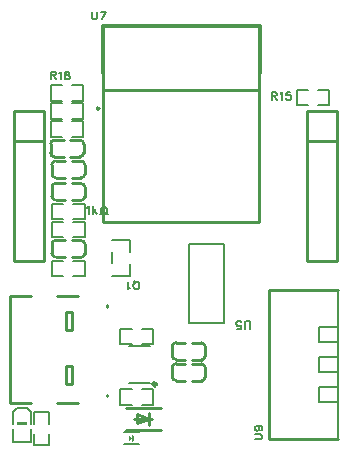
<source format=gto>
G04 Layer: TopSilkscreenLayer*
G04 EasyEDA Pro v2.2.32.3, 2024-12-05 12:24:41*
G04 Gerber Generator version 0.3*
G04 Scale: 100 percent, Rotated: No, Reflected: No*
G04 Dimensions in millimeters*
G04 Leading zeros omitted, absolute positions, 3 integers and 5 decimals*
%FSLAX35Y35*%
%MOMM*%
%ADD10C,0.1524*%
%ADD11C,0.254*%
%ADD12C,0.15001*%
%ADD13C,0.13*%
%ADD14C,0.1*%
%ADD15C,0.2032*%
%ADD16C,0.3034*%
%ADD17C,0.3*%
G75*


G04 Text Start*
G54D10*
G01X2031977Y-2568075D02*
G01X2031977Y-2521593D01*
G01X2028929Y-2512449D01*
G01X2022579Y-2506099D01*
G01X2013435Y-2503051D01*
G01X2007085Y-2503051D01*
G01X1997941Y-2506099D01*
G01X1991845Y-2512449D01*
G01X1988543Y-2521593D01*
G01X1988543Y-2568075D01*
G01X1921233Y-2568075D02*
G01X1952221Y-2568075D01*
G01X1955269Y-2540389D01*
G01X1952221Y-2543437D01*
G01X1943077Y-2546485D01*
G01X1933679Y-2546485D01*
G01X1924281Y-2543437D01*
G01X1918185Y-2537087D01*
G01X1915137Y-2527943D01*
G01X1915137Y-2521593D01*
G01X1918185Y-2512449D01*
G01X1924281Y-2506099D01*
G01X1933679Y-2503051D01*
G01X1943077Y-2503051D01*
G01X1952221Y-2506099D01*
G01X1955269Y-2509401D01*
G01X1958317Y-2515497D01*
G01X2071103Y-3505279D02*
G01X2117585Y-3505279D01*
G01X2126729Y-3502231D01*
G01X2133079Y-3495881D01*
G01X2136127Y-3486737D01*
G01X2136127Y-3480387D01*
G01X2133079Y-3471243D01*
G01X2126729Y-3465147D01*
G01X2117585Y-3461845D01*
G01X2071103Y-3461845D01*
G01X2092693Y-3391487D02*
G01X2102091Y-3394535D01*
G01X2108187Y-3400885D01*
G01X2111235Y-3410029D01*
G01X2111235Y-3413077D01*
G01X2108187Y-3422475D01*
G01X2102091Y-3428571D01*
G01X2092693Y-3431619D01*
G01X2089645Y-3431619D01*
G01X2080247Y-3428571D01*
G01X2074151Y-3422475D01*
G01X2071103Y-3413077D01*
G01X2071103Y-3410029D01*
G01X2074151Y-3400885D01*
G01X2080247Y-3394535D01*
G01X2092693Y-3391487D01*
G01X2108187Y-3391487D01*
G01X2123681Y-3394535D01*
G01X2133079Y-3400885D01*
G01X2136127Y-3410029D01*
G01X2136127Y-3416379D01*
G01X2133079Y-3425523D01*
G01X2126729Y-3428571D01*
G01X2217420Y-566166D02*
G01X2217420Y-631190D01*
G01X2217420Y-566166D02*
G01X2245360Y-566166D01*
G01X2254504Y-569214D01*
G01X2257552Y-572262D01*
G01X2260854Y-578612D01*
G01X2260854Y-584708D01*
G01X2257552Y-590804D01*
G01X2254504Y-593852D01*
G01X2245360Y-597154D01*
G01X2217420Y-597154D01*
G01X2239010Y-597154D02*
G01X2260854Y-631190D01*
G01X2291080Y-578612D02*
G01X2297176Y-575310D01*
G01X2306320Y-566166D01*
G01X2306320Y-631190D01*
G01X2373630Y-566166D02*
G01X2342642Y-566166D01*
G01X2339594Y-593852D01*
G01X2342642Y-590804D01*
G01X2351786Y-587756D01*
G01X2361184Y-587756D01*
G01X2370582Y-590804D01*
G01X2376678Y-597154D01*
G01X2379726Y-606298D01*
G01X2379726Y-612648D01*
G01X2376678Y-621792D01*
G01X2370582Y-628142D01*
G01X2361184Y-631190D01*
G01X2351786Y-631190D01*
G01X2342642Y-628142D01*
G01X2339594Y-624840D01*
G01X2336546Y-618744D01*
G01X655320Y-1543812D02*
G01X661416Y-1540510D01*
G01X670814Y-1531366D01*
G01X670814Y-1596390D01*
G01X701040Y-1531366D02*
G01X701040Y-1596390D01*
G01X731774Y-1552956D02*
G01X701040Y-1583944D01*
G01X713232Y-1571498D02*
G01X735076Y-1596390D01*
G01X765302Y-1596390D02*
G01X786892Y-1596390D01*
G01X780542Y-1586992D01*
G01X774446Y-1577848D01*
G01X771398Y-1568450D01*
G01X771398Y-1559052D01*
G01X774446Y-1549908D01*
G01X777494Y-1543812D01*
G01X783844Y-1537462D01*
G01X789940Y-1534414D01*
G01X802386Y-1534414D01*
G01X808482Y-1537462D01*
G01X814832Y-1543812D01*
G01X817880Y-1549908D01*
G01X820928Y-1559052D01*
G01X820928Y-1568450D01*
G01X817880Y-1577848D01*
G01X811530Y-1586992D01*
G01X805434Y-1596390D01*
G01X827024Y-1596390D01*
G01X344091Y-390886D02*
G01X344091Y-455910D01*
G01X344091Y-390886D02*
G01X372031Y-390886D01*
G01X381175Y-393934D01*
G01X384223Y-396982D01*
G01X387525Y-403332D01*
G01X387525Y-409428D01*
G01X384223Y-415524D01*
G01X381175Y-418572D01*
G01X372031Y-421874D01*
G01X344091Y-421874D01*
G01X365681Y-421874D02*
G01X387525Y-455910D01*
G01X417751Y-403332D02*
G01X423847Y-400030D01*
G01X432991Y-390886D01*
G01X432991Y-455910D01*
G01X478457Y-390886D02*
G01X469313Y-393934D01*
G01X466265Y-400030D01*
G01X466265Y-406380D01*
G01X469313Y-412476D01*
G01X475409Y-415524D01*
G01X487855Y-418572D01*
G01X497253Y-421874D01*
G01X503349Y-427970D01*
G01X506397Y-434066D01*
G01X506397Y-443464D01*
G01X503349Y-449560D01*
G01X500301Y-452862D01*
G01X490903Y-455910D01*
G01X478457Y-455910D01*
G01X469313Y-452862D01*
G01X466265Y-449560D01*
G01X463217Y-443464D01*
G01X463217Y-434066D01*
G01X466265Y-427970D01*
G01X472361Y-421874D01*
G01X481759Y-418572D01*
G01X493951Y-415524D01*
G01X500301Y-412476D01*
G01X503349Y-406380D01*
G01X503349Y-400030D01*
G01X500301Y-393934D01*
G01X490903Y-390886D01*
G01X478457Y-390886D01*
G01X695442Y114739D02*
G01X695442Y68257D01*
G01X698490Y59113D01*
G01X704840Y52763D01*
G01X713984Y49715D01*
G01X720334Y49715D01*
G01X729478Y52763D01*
G01X735574Y59113D01*
G01X738876Y68257D01*
G01X738876Y114739D01*
G01X812282Y114739D02*
G01X781294Y49715D01*
G01X769102Y114739D02*
G01X812282Y114739D01*
G01X1076138Y-2235675D02*
G01X1082234Y-2232627D01*
G01X1088584Y-2226531D01*
G01X1091632Y-2220181D01*
G01X1094680Y-2211037D01*
G01X1094680Y-2195543D01*
G01X1091632Y-2186145D01*
G01X1088584Y-2180049D01*
G01X1082234Y-2173699D01*
G01X1076138Y-2170651D01*
G01X1063692Y-2170651D01*
G01X1057596Y-2173699D01*
G01X1051246Y-2180049D01*
G01X1048198Y-2186145D01*
G01X1045150Y-2195543D01*
G01X1045150Y-2211037D01*
G01X1048198Y-2220181D01*
G01X1051246Y-2226531D01*
G01X1057596Y-2232627D01*
G01X1063692Y-2235675D01*
G01X1076138Y-2235675D01*
G01X1066740Y-2183097D02*
G01X1048198Y-2164555D01*
G01X1014924Y-2223229D02*
G01X1008828Y-2226531D01*
G01X999684Y-2235675D01*
G01X999684Y-2170651D01*
G04 Text End*

G04 PolygonModel Start*
G54D11*
G01X777801Y-404901D02*
G01X777801Y-684D01*
G01X2120900Y-684D01*
G01X2120900Y-404901D01*
G01X1373726Y-2976113D02*
G01X1373726Y-2896111D01*
G01X1484701Y-3007098D02*
G01X1404704Y-3007098D01*
G01X1484701Y-2865133D02*
G01X1404704Y-2865133D01*
G01X1542291Y-3007680D02*
G01X1622290Y-3007680D01*
G01X1653273Y-2976697D02*
G01X1653273Y-2896700D01*
G01X1542291Y-2865719D02*
G01X1622290Y-2865719D01*
G01X1653278Y-2976697D02*
G02X1622295Y-3007680I-30983J0D01*
G01X1622295Y-2865714D02*
G02X1653278Y-2896700I0J-30983D01*
G01X1404709Y-3007098D02*
G02X1373726Y-2976113I0J30983D01*
G01X1373726Y-2896116D02*
G02X1404709Y-2865133I30983J0D01*
G54D12*
G01X177256Y-3414944D02*
G01X177256Y-3529950D01*
G01X27244Y-3414944D02*
G01X27244Y-3529950D01*
G01X177251Y-3529950D02*
G01X29253Y-3529950D01*
G01X27015Y-3376943D02*
G01X27015Y-3271931D01*
G01X67026Y-3241937D02*
G01X57023Y-3241937D01*
G01X57023Y-3241937D02*
G01X27015Y-3271931D01*
G01X137018Y-3241937D02*
G01X67026Y-3241937D01*
G01X137018Y-3241937D02*
G01X147033Y-3241937D01*
G01X147033Y-3241937D02*
G01X177028Y-3271931D01*
G01X177028Y-3376943D02*
G01X177028Y-3271931D01*
G36*
G01X141597Y-3360910D02*
G01X61598Y-3360910D01*
G01X61598Y-3380905D01*
G01X141597Y-3380905D01*
G01X141597Y-3360910D01*
G37*
G54D10*
G01X332760Y-3373679D02*
G01X332760Y-3277791D01*
G01X332760Y-3277791D02*
G01X200640Y-3277791D01*
G01X200640Y-3277791D02*
G01X200640Y-3373679D01*
G01X332760Y-3458921D02*
G01X332760Y-3554809D01*
G01X332760Y-3554809D02*
G01X200640Y-3554809D01*
G01X200640Y-3554809D02*
G01X200640Y-3458921D01*
G01X1808142Y-1851779D02*
G01X1808142Y-2517021D01*
G01X1808142Y-2517021D02*
G01X1513863Y-2517021D01*
G01X1513863Y-2517021D02*
G01X1513863Y-1851779D01*
G01X1513863Y-1851779D02*
G01X1808142Y-1851779D01*
G01X1183055Y-2717757D02*
G01X1005214Y-2717757D01*
G01X1183055Y-3025594D02*
G01X1005214Y-3025594D01*
G54D11*
G01X1282619Y-3423699D02*
G01X982619Y-3423699D01*
G01X1281283Y-3235732D02*
G01X981283Y-3235732D01*
G01X1206815Y-3329046D02*
G01X1054415Y-3329046D01*
G01X1181415Y-3379846D02*
G01X1181415Y-3278246D01*
G01X1079815Y-3288406D02*
G01X1181415Y-3329046D01*
G01X1079815Y-3369686D02*
G01X1079815Y-3288406D01*
G01X1181415Y-3329046D02*
G01X1079815Y-3369686D01*
G54D13*
G01X1095619Y-3546478D02*
G01X965617Y-3546478D01*
G01X1095619Y-3446478D02*
G01X965617Y-3446478D01*
G54D14*
G01X1030618Y-3519338D02*
G01X1030618Y-3471078D01*
G36*
G01X1030618Y-3496478D02*
G01X1007758Y-3524418D01*
G01X1007758Y-3468538D01*
G01X1030618Y-3496478D01*
G37*
G36*
G01X1030618Y-3496478D02*
G01X1053478Y-3468538D01*
G01X1053478Y-3524418D01*
G01X1030618Y-3496478D01*
G37*
G54D10*
G01X1114374Y-3211833D02*
G01X1210262Y-3211833D01*
G01X1210262Y-3211833D02*
G01X1210262Y-3079712D01*
G01X1210262Y-3079712D02*
G01X1114374Y-3079712D01*
G01X1029132Y-3211833D02*
G01X933244Y-3211833D01*
G01X933244Y-3211833D02*
G01X933244Y-3079712D01*
G01X933244Y-3079712D02*
G01X1029132Y-3079712D01*
G01X1114374Y-2698938D02*
G01X1210262Y-2698938D01*
G01X1210262Y-2698938D02*
G01X1210262Y-2566817D01*
G01X1210262Y-2566817D02*
G01X1114374Y-2566817D01*
G01X1029132Y-2698938D02*
G01X933244Y-2698938D01*
G01X933244Y-2698938D02*
G01X933244Y-2566817D01*
G01X933244Y-2566817D02*
G01X1029132Y-2566817D01*
G54D11*
G01X394769Y-2293902D02*
G01X577787Y-2293902D01*
G01X174765Y-3197898D02*
G01X-1476Y-3197898D01*
G01X-1476Y-3197898D02*
G01X-1476Y-2293902D01*
G01X-1476Y-2293902D02*
G01X179779Y-2293902D01*
G01X572773Y-3197898D02*
G01X399783Y-3197898D01*
G01X824522Y-3129900D02*
G01X824522Y-3142135D01*
G01X824522Y-2381900D02*
G01X824522Y-2369665D01*
G01X292100Y-1993900D02*
G01X38100Y-1993900D01*
G01X38100Y-1993900D02*
G01X38100Y-723900D01*
G01X38100Y-723900D02*
G01X292100Y-723900D01*
G01X292100Y-723900D02*
G01X292100Y-1993900D01*
G01X292100Y-980252D02*
G01X38100Y-980252D01*
G01X2768600Y-1993900D02*
G01X2514600Y-1993900D01*
G01X2514600Y-1993900D02*
G01X2514600Y-723900D01*
G01X2514600Y-723900D02*
G01X2768600Y-723900D01*
G01X2768600Y-723900D02*
G01X2768600Y-1993900D01*
G01X2768600Y-980252D02*
G01X2514600Y-980252D01*
G01X2775712Y-2239264D02*
G01X2191675Y-2239264D01*
G01X2191675Y-2239264D02*
G01X2190737Y-2240201D01*
G01X2190737Y-2240201D02*
G01X2190737Y-3500199D01*
G01X2190737Y-3500199D02*
G01X2775712Y-3500199D01*
G54D15*
G01X2775712Y-2552700D02*
G01X2616200Y-2552700D01*
G01X2616200Y-2552700D02*
G01X2616200Y-2679700D01*
G01X2616200Y-2679700D02*
G01X2775712Y-2679700D01*
G01X2775712Y-2806700D02*
G01X2616200Y-2806700D01*
G01X2616200Y-2806700D02*
G01X2616200Y-2933700D01*
G01X2616200Y-2933700D02*
G01X2775712Y-2933700D01*
G01X2775712Y-3060700D02*
G01X2616200Y-3060700D01*
G01X2616200Y-3060700D02*
G01X2616200Y-3187700D01*
G01X2616200Y-3187700D02*
G01X2775712Y-3187700D01*
G01X2775712Y-3501136D02*
G01X2775712Y-2489200D01*
G01X2775712Y-2489200D02*
G01X2775712Y-2239264D01*
G54D10*
G01X2608021Y-675660D02*
G01X2703909Y-675660D01*
G01X2703909Y-675660D02*
G01X2703909Y-543540D01*
G01X2703909Y-543540D02*
G01X2608021Y-543540D01*
G01X2522779Y-675660D02*
G01X2426891Y-675660D01*
G01X2426891Y-675660D02*
G01X2426891Y-543540D01*
G01X2426891Y-543540D02*
G01X2522779Y-543540D01*
G01X537921Y-1640860D02*
G01X633809Y-1640860D01*
G01X633809Y-1640860D02*
G01X633809Y-1508740D01*
G01X633809Y-1508740D02*
G01X537921Y-1508740D01*
G01X452679Y-1640860D02*
G01X356791Y-1640860D01*
G01X356791Y-1640860D02*
G01X356791Y-1508740D01*
G01X356791Y-1508740D02*
G01X452679Y-1508740D01*
G01X452679Y-1661140D02*
G01X356791Y-1661140D01*
G01X356791Y-1661140D02*
G01X356791Y-1793260D01*
G01X356791Y-1793260D02*
G01X452679Y-1793260D01*
G01X537921Y-1661140D02*
G01X633809Y-1661140D01*
G01X633809Y-1661140D02*
G01X633809Y-1793260D01*
G01X633809Y-1793260D02*
G01X537921Y-1793260D01*
G54D11*
G01X354749Y-1258636D02*
G01X354749Y-1178634D01*
G01X465724Y-1289621D02*
G01X385727Y-1289621D01*
G01X465724Y-1147656D02*
G01X385727Y-1147656D01*
G01X523314Y-1290203D02*
G01X603314Y-1290203D01*
G01X634296Y-1259220D02*
G01X634296Y-1179223D01*
G01X523314Y-1148243D02*
G01X603314Y-1148243D01*
G01X634302Y-1259220D02*
G02X603319Y-1290203I-30983J0D01*
G01X603319Y-1148237D02*
G02X634302Y-1179223I0J-30983D01*
G01X385732Y-1289621D02*
G02X354749Y-1258636I0J30983D01*
G01X354749Y-1178639D02*
G02X385732Y-1147656I30983J0D01*
G01X634302Y-1369723D02*
G01X634302Y-1449725D01*
G01X523326Y-1338737D02*
G01X603324Y-1338737D01*
G01X523326Y-1480703D02*
G01X603324Y-1480703D01*
G01X465737Y-1338156D02*
G01X385737Y-1338156D01*
G01X354754Y-1369139D02*
G01X354754Y-1449136D01*
G01X465737Y-1480116D02*
G01X385737Y-1480116D01*
G01X354749Y-1369139D02*
G02X385732Y-1338156I30983J0D01*
G01X385732Y-1480121D02*
G02X354749Y-1449136I0J30983D01*
G01X603319Y-1338737D02*
G02X634302Y-1369723I0J-30983D01*
G01X634302Y-1449720D02*
G02X603319Y-1480703I-30983J0D01*
G54D10*
G01X525221Y-637560D02*
G01X621109Y-637560D01*
G01X621109Y-637560D02*
G01X621109Y-505440D01*
G01X621109Y-505440D02*
G01X525221Y-505440D01*
G01X439979Y-637560D02*
G01X344091Y-637560D01*
G01X344091Y-637560D02*
G01X344091Y-505440D01*
G01X344091Y-505440D02*
G01X439979Y-505440D01*
G01X525221Y-789960D02*
G01X621109Y-789960D01*
G01X621109Y-789960D02*
G01X621109Y-657840D01*
G01X621109Y-657840D02*
G01X525221Y-657840D01*
G01X439979Y-789960D02*
G01X344091Y-789960D01*
G01X344091Y-789960D02*
G01X344091Y-657840D01*
G01X344091Y-657840D02*
G01X439979Y-657840D01*
G01X526303Y-944946D02*
G01X622191Y-944946D01*
G01X622191Y-944946D02*
G01X622191Y-812825D01*
G01X622191Y-812825D02*
G01X526303Y-812825D01*
G01X441061Y-944946D02*
G01X345173Y-944946D01*
G01X345173Y-944946D02*
G01X345173Y-812825D01*
G01X345173Y-812825D02*
G01X441061Y-812825D01*
G54D11*
G01X2107801Y-1664899D02*
G01X2107804Y-4895D01*
G01X2107804Y-544901D02*
G01X787796Y-544901D01*
G01X787796Y-4897D02*
G01X2107804Y-4897D01*
G01X787799Y-1664899D02*
G01X787796Y-4897D01*
G01X787799Y-1664899D02*
G01X2107801Y-1664899D01*
G01X1373726Y-2798313D02*
G01X1373726Y-2718311D01*
G01X1484701Y-2829298D02*
G01X1404704Y-2829298D01*
G01X1484701Y-2687333D02*
G01X1404704Y-2687333D01*
G01X1542291Y-2829880D02*
G01X1622290Y-2829880D01*
G01X1653273Y-2798897D02*
G01X1653273Y-2718900D01*
G01X1542291Y-2687919D02*
G01X1622290Y-2687919D01*
G01X1653278Y-2798897D02*
G02X1622295Y-2829880I-30983J0D01*
G01X1622295Y-2687914D02*
G02X1653278Y-2718900I0J-30983D01*
G01X1404709Y-2829298D02*
G02X1373726Y-2798313I0J30983D01*
G01X1373726Y-2718316D02*
G02X1404709Y-2687333I30983J0D01*
G01X634302Y-1852323D02*
G01X634302Y-1932325D01*
G01X523326Y-1821337D02*
G01X603324Y-1821337D01*
G01X523326Y-1963303D02*
G01X603324Y-1963303D01*
G01X465737Y-1820756D02*
G01X385737Y-1820756D01*
G01X354754Y-1851739D02*
G01X354754Y-1931736D01*
G01X465737Y-1962716D02*
G01X385737Y-1962716D01*
G01X354749Y-1851739D02*
G02X385732Y-1820756I30983J0D01*
G01X385732Y-1962721D02*
G02X354749Y-1931736I0J30983D01*
G01X603319Y-1821337D02*
G02X634302Y-1852323I0J-30983D01*
G01X634302Y-1932320D02*
G02X603319Y-1963303I-30983J0D01*
G01X343599Y-1081377D02*
G01X343599Y-1001375D01*
G01X454574Y-1112363D02*
G01X374576Y-1112363D01*
G01X454574Y-970397D02*
G01X374576Y-970397D01*
G01X512163Y-1112944D02*
G01X592163Y-1112944D01*
G01X623146Y-1081961D02*
G01X623146Y-1001964D01*
G01X512163Y-970984D02*
G01X592163Y-970984D01*
G01X623151Y-1081961D02*
G02X592168Y-1112944I-30983J0D01*
G01X592168Y-970978D02*
G02X623151Y-1001964I0J-30983D01*
G01X374581Y-1112363D02*
G02X343599Y-1081377I0J30983D01*
G01X343599Y-1001380D02*
G02X374581Y-970397I30983J0D01*
G54D10*
G01X867179Y-2121121D02*
G01X1012421Y-2121121D01*
G01X1012421Y-2121121D02*
G01X1012421Y-2017959D01*
G01X867179Y-1815879D02*
G01X1012421Y-1815879D01*
G01X1012421Y-1815879D02*
G01X1012421Y-1919041D01*
G01X867179Y-2014040D02*
G01X867179Y-1922960D01*
G01X537921Y-2123460D02*
G01X633809Y-2123460D01*
G01X633809Y-2123460D02*
G01X633809Y-1991340D01*
G01X633809Y-1991340D02*
G01X537921Y-1991340D01*
G01X452679Y-2123460D02*
G01X356791Y-2123460D01*
G01X356791Y-2123460D02*
G01X356791Y-1991340D01*
G01X356791Y-1991340D02*
G01X452679Y-1991340D01*

G04 Rect Start*
G54D11*
G01X473710Y-2425700D02*
G01X524510Y-2425700D01*
G01X524510Y-2578100D01*
G01X473710Y-2578100D01*
G01X473710Y-2425700D01*
G01X473710Y-2882900D02*
G01X524510Y-2882900D01*
G01X524510Y-3035300D01*
G01X473710Y-3035300D01*
G01X473710Y-2882900D01*
G04 Rect End*

G04 Circle Start*
G54D17*
G01X1209272Y-3038503D02*
G03X1239295Y-3038503I15011J0D01*
G03X1209272Y-3038503I-15011J0D01*
G54D11*
G01X737794Y-704901D02*
G03X757809Y-704901I10008J0D01*
G03X737794Y-704901I-10008J0D01*
G04 Circle End*

M02*


</source>
